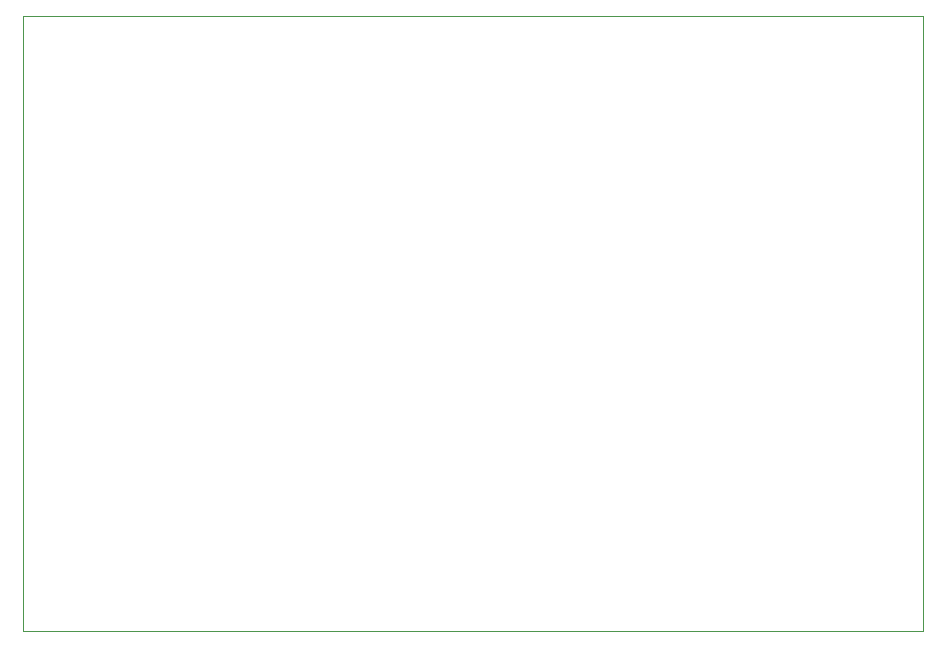
<source format=gko>
G04*
G04 #@! TF.GenerationSoftware,Altium Limited,Altium Designer,20.1.11 (218)*
G04*
G04 Layer_Color=16711935*
%FSLAX25Y25*%
%MOIN*%
G70*
G04*
G04 #@! TF.SameCoordinates,0A123B17-7C5E-4AB7-81A3-E10484C352A0*
G04*
G04*
G04 #@! TF.FilePolarity,Positive*
G04*
G01*
G75*
%ADD28C,0.00394*%
D28*
X197Y197D02*
Y205197D01*
Y197D02*
X300197D01*
Y205197D01*
X197D02*
X300197D01*
M02*

</source>
